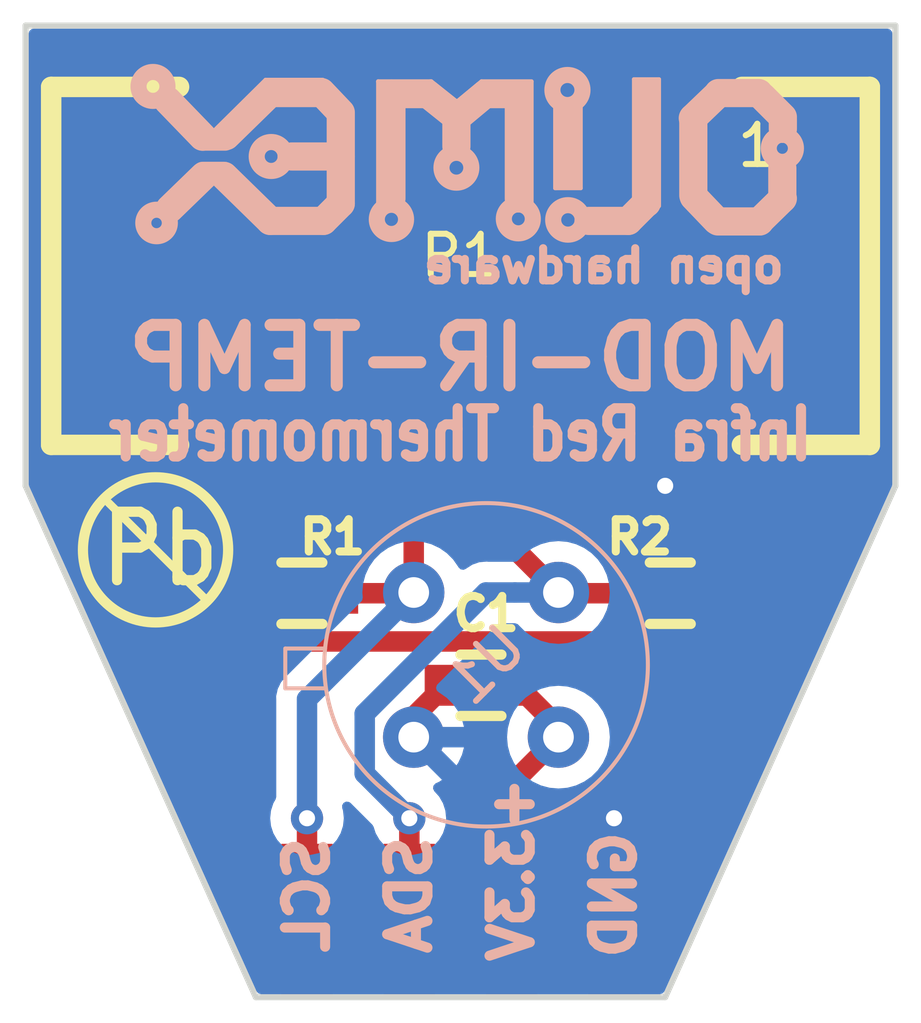
<source format=kicad_pcb>
(kicad_pcb (version 20221018) (generator pcbnew)
  (layers (0 "F.Cu" signal) (31 "B.Cu" signal) (34 "B.Paste" user) (35 "F.Paste" user) (36 "B.SilkS" user "B.Silkscreen") (37 "F.SilkS" user "F.Silkscreen") (38 "B.Mask" user) (39 "F.Mask" user) (44 "Edge.Cuts" user))
  (net 0 "")
  (net 1 "Net-(C1-Pad1)")
  (net 2 "GND")
  (net 3 "Net-(P1-Pad3)")
  (net 4 "Net-(P1-Pad4)")
  (net 5 "Net-(P1-Pad5)")
  (net 6 "Net-(P1-Pad6)")
  (net 7 "Net-(P1-Pad7)")
  (net 8 "Net-(P1-Pad8)")
  (net 9 "Net-(P1-Pad9)")
  (net 10 "Net-(P1-Pad10)")
  (footprint "OLIMEX_RLC-FP:C_0603_5MIL_DWS" (layer "F.Cu") (at 105.918 83.058 180)
    (fp_text reference "C1" (at -0.127 1.778 180) (layer "F.SilkS") (effects (font (size 0.8 0.8) (thickness 0.2))))
    (fp_text value "1uF")
    (fp_line (start -0.508 -0.762) (end 0.508 -0.762) (stroke (width 0.254)) (layer "F.SilkS"))
    (fp_line (start -0.508 0.762) (end 0.508 0.762) (stroke (width 0.254)) (layer "F.SilkS"))
    (pad "1" smd rect (at -0.889 0 180) (size 1.016 1.016) (layers "F.Cu" "F.Paste" "F.Mask") (net 1 "Net-(C1-Pad1)") (clearance 0.0508))
    (pad "2" smd rect (at 0.889 0 180) (size 1.016 1.016) (layers "F.Cu" "F.Paste" "F.Mask") (net 2 "GND") (clearance 0.0508))
  )
  (footprint "OLIMEX_Connectors-FP:UEXTM-SMD" (layer "F.Cu") (at 105.41 72.643222)
    (fp_text reference "P1" (at 0 -0.253222) (layer "F.SilkS"))
    (fp_text value "CONN_02X05")
    (fp_text user "1" (at 7.366 -2.9845) (layer "F.SilkS"))
    (fp_line (start -10.16 -4.445) (end -10.16 4.445) (stroke (width 0.508)) (layer "F.SilkS"))
    (fp_line (start -10.16 -4.445) (end -6.985 -4.445) (stroke (width 0.508)) (layer "F.SilkS"))
    (fp_line (start -10.16 4.445) (end -6.985 4.445) (stroke (width 0.508)) (layer "F.SilkS"))
    (fp_line (start 6.985 4.445) (end 10.16 4.445) (stroke (width 0.508)) (layer "F.SilkS"))
    (fp_line (start 10.16 -4.445) (end 6.985 -4.445) (stroke (width 0.508)) (layer "F.SilkS"))
    (fp_line (start 10.16 -4.445) (end 10.16 4.445) (stroke (width 0.508)) (layer "F.SilkS"))
    (pad "1" smd rect (at 5.08 -3.175) (size 1.27 3.81) (layers "F.Cu" "F.Paste" "F.Mask") (net 1 "Net-(C1-Pad1)") (clearance 0.0508))
    (pad "2" smd rect (at 5.08 3.175) (size 1.27 3.81) (layers "F.Cu" "F.Paste" "F.Mask") (net 2 "GND") (clearance 0.0508))
    (pad "3" smd rect (at 2.54 -3.175) (size 1.27 3.81) (layers "F.Cu" "F.Paste" "F.Mask") (net 3 "Net-(P1-Pad3)") (clearance 0.0508))
    (pad "4" smd rect (at 2.54 3.175) (size 1.27 3.81) (layers "F.Cu" "F.Paste" "F.Mask") (net 4 "Net-(P1-Pad4)") (clearance 0.0508))
    (pad "5" smd rect (at 0 -3.175) (size 1.27 3.81) (layers "F.Cu" "F.Paste" "F.Mask") (net 5 "Net-(P1-Pad5)") (clearance 0.0508))
    (pad "6" smd rect (at 0 3.175) (size 1.27 3.81) (layers "F.Cu" "F.Paste" "F.Mask") (net 6 "Net-(P1-Pad6)") (clearance 0.0508))
    (pad "7" smd rect (at -2.54 -3.175) (size 1.27 3.81) (layers "F.Cu" "F.Paste" "F.Mask") (net 7 "Net-(P1-Pad7)") (clearance 0.0508))
    (pad "8" smd rect (at -2.54 3.175) (size 1.27 3.81) (layers "F.Cu" "F.Paste" "F.Mask") (net 8 "Net-(P1-Pad8)") (clearance 0.0508))
    (pad "9" smd rect (at -5.08 -3.175) (size 1.27 3.81) (layers "F.Cu" "F.Paste" "F.Mask") (net 9 "Net-(P1-Pad9)") (clearance 0.0508))
    (pad "10" smd rect (at -5.08 3.175) (size 1.27 3.81) (layers "F.Cu" "F.Paste" "F.Mask") (net 10 "Net-(P1-Pad10)") (clearance 0.0508))
  )
  (footprint "OLIMEX_Connectors-FP:SIP4_SMD" (layer "F.Cu") (at 105.41 88.9 180)
    (fp_text reference "P2" hide)
    (fp_text value "CONN_01X04")
    (pad "1" smd rect (at -3.81 0 180) (size 1.27 3.81) (layers "F.Cu" "F.Mask") (net 2 "GND") (clearance 0.0508))
    (pad "2" smd rect (at -1.27 0 180) (size 1.27 3.81) (layers "F.Cu" "F.Mask") (net 1 "Net-(C1-Pad1)") (clearance 0.0508))
    (pad "3" smd rect (at 1.27 0 180) (size 1.27 3.81) (layers "F.Cu" "F.Mask") (net 6 "Net-(P1-Pad6)") (clearance 0.0508))
    (pad "4" smd rect (at 3.81 0 180) (size 1.27 3.81) (layers "F.Cu" "F.Mask") (net 5 "Net-(P1-Pad5)") (clearance 0.0508))
  )
  (footprint "OLIMEX_RLC-FP:R_0603_5MIL_DWS" (layer "F.Cu") (at 101.473 80.772)
    (fp_text reference "R1" (at 0.762 -1.397) (layer "F.SilkS") (effects (font (size 0.8 0.8) (thickness 0.2))))
    (fp_text value "10K")
    (fp_line (start -0.508 -0.762) (end 0.508 -0.762) (stroke (width 0.254)) (layer "F.SilkS"))
    (fp_line (start -0.508 0.762) (end 0.508 0.762) (stroke (width 0.254)) (layer "F.SilkS"))
    (pad "1" smd rect (at -0.889 0) (size 1.016 1.016) (layers "F.Cu" "F.Paste" "F.Mask") (net 1 "Net-(C1-Pad1)"))
    (pad "2" smd rect (at 0.889 0) (size 1.016 1.016) (layers "F.Cu" "F.Paste" "F.Mask") (net 5 "Net-(P1-Pad5)"))
  )
  (footprint "OLIMEX_RLC-FP:R_0603_5MIL_DWS" (layer "F.Cu") (at 110.617 80.772 180)
    (fp_text reference "R2" (at 0.762 1.397 180) (layer "F.SilkS") (effects (font (size 0.8 0.8) (thickness 0.2))))
    (fp_text value "10K")
    (fp_line (start -0.508 -0.762) (end 0.508 -0.762) (stroke (width 0.254)) (layer "F.SilkS"))
    (fp_line (start -0.508 0.762) (end 0.508 0.762) (stroke (width 0.254)) (layer "F.SilkS"))
    (pad "1" smd rect (at -0.889 0 180) (size 1.016 1.016) (layers "F.Cu" "F.Paste" "F.Mask") (net 1 "Net-(C1-Pad1)"))
    (pad "2" smd rect (at 0.889 0 180) (size 1.016 1.016) (layers "F.Cu" "F.Paste" "F.Mask") (net 6 "Net-(P1-Pad6)"))
  )
  (footprint "OLIMEX_Other-FP:Fiducial1x3_transp" (layer "F.Cu") (at 97.282 70.104)
    (fp_text reference "" (at 0 3) (layer "F.SilkS"))
    (fp_text value "")
    (pad "Fid1" connect circle (at 0 0) (size 1 1) (layers "F.Cu" "F.Mask") (clearance 1.016))
  )
  (footprint "OLIMEX_Other-FP:Fiducial1x3_transp" (layer "F.Cu") (at 111.125 84.455)
    (fp_text reference "" (at 0 3) (layer "F.SilkS"))
    (fp_text value "")
    (pad "Fid1" connect circle (at 0 0) (size 1 1) (layers "F.Cu" "F.Mask") (clearance 1.016))
  )
  (footprint "OLIMEX_Other-FP:Fiducial1x3_transp" (layer "F.Cu") (at 113.538 71.882)
    (fp_text reference "" (at 0 3) (layer "F.SilkS"))
    (fp_text value "")
    (pad "Fid1" connect circle (at 0 0) (size 1 1) (layers "F.Cu" "F.Mask") (clearance 1.016))
  )
  (footprint "OLIMEX_LOGOs-FP:LOGO_PBFREE" (layer "F.Cu") (at 98.044 80.01)
    (fp_text reference "")
    (fp_text value "")
    (fp_text user "Pb" (at -0.08636 -0.33528) (layer "F.SilkS") (effects (font (size 1.7 1.5) (thickness 0.254))))
    (fp_line (start -1.36398 -1.47828) (end 1.06934 0.94234) (stroke (width 0.2)) (layer "F.SilkS"))
    (fp_circle (center -0.2032 -0.31496) (end 0.90678 -1.73482) (stroke (width 0.254)) (fill none) (layer "F.SilkS"))
  )
  (footprint "OLIMEX_IC-FP:MLX90614" (layer "B.Cu") (at 106.045 82.55 -135)
    (fp_text reference "U1" (at 0 0 225) (layer "B.SilkS") (effects (justify mirror)))
    (fp_text value "MLX90614")
    (fp_line (start 2.54 3.1115) (end 3.2385 3.81) (stroke (width 0.1)) (layer "B.SilkS"))
    (fp_line (start 3.2385 3.81) (end 3.937 3.1115) (stroke (width 0.1)) (layer "B.SilkS"))
    (fp_line (start 3.937 3.1115) (end 3.2385 2.413) (stroke (width 0.1)) (layer "B.SilkS"))
    (fp_circle (center 0 0) (end 3.81 -1.27) (stroke (width 0.1)) (fill none) (layer "B.SilkS"))
    (pad "1" thru_hole circle (at 0 2.54 225) (size 1.524 1.524) (drill 0.762) (layers "*.Cu" "*.Mask") (net 5 "Net-(P1-Pad5)"))
    (pad "2" thru_hole circle (at -2.54 0 225) (size 1.524 1.524) (drill 0.762) (layers "*.Cu" "*.Mask") (net 6 "Net-(P1-Pad6)"))
    (pad "3" thru_hole circle (at 0 -2.54 225) (size 1.524 1.524) (drill 0.762) (layers "*.Cu" "*.Mask") (net 1 "Net-(C1-Pad1)"))
    (pad "4" thru_hole circle (at 2.54 0 225) (size 1.524 1.524) (drill 0.762) (layers "*.Cu" "*.Mask") (net 2 "GND"))
  )
  (footprint "OLIMEX_LOGOs-FP:OLIMEX_LOGO_TB" (layer "B.Cu") (at 105.41 69.85 180)
    (fp_text reference "" hide)
    (fp_text value "" hide)
    (fp_line (start -8.001 -1.1176) (end -7.4168 -1.6891) (stroke (width 0.7)) (layer "B.SilkS"))
    (fp_line (start -8.001 0.8509) (end -8.001 0.6096) (stroke (width 0.7)) (layer "B.SilkS"))
    (fp_line (start -8.001 0.9017) (end -7.493 1.4097) (stroke (width 0.7)) (layer "B.SilkS"))
    (fp_line (start -7.9883 -1.1303) (end -7.9883 -0.3683) (stroke (width 0.7)) (layer "B.SilkS"))
    (fp_line (start -7.4295 -1.6891) (end -6.3881 -1.6891) (stroke (width 0.7)) (layer "B.SilkS"))
    (fp_line (start -6.4008 1.4859) (end -5.7658 0.8763) (stroke (width 0.7)) (layer "B.SilkS"))
    (fp_line (start -6.4008 1.4986) (end -7.4041 1.4986) (stroke (width 0.7)) (layer "B.SilkS"))
    (fp_line (start -5.7912 -1.0795) (end -6.35 -1.6637) (stroke (width 0.7)) (layer "B.SilkS"))
    (fp_line (start -5.7785 0.889) (end -5.7785 -1.0414) (stroke (width 0.7)) (layer "B.SilkS"))
    (fp_line (start -4.9276 1.8415) (end -4.9276 -1.3081) (stroke (width 0.1)) (layer "B.SilkS"))
    (fp_line (start -4.9149 1.8415) (end -4.9276 1.8415) (stroke (width 0.1)) (layer "B.SilkS"))
    (fp_line (start -4.9022 1.8415) (end -4.9149 1.8415) (stroke (width 0.1)) (layer "B.SilkS"))
    (fp_line (start -4.7879 1.7526) (end -4.8514 1.7653) (stroke (width 0.1)) (layer "B.SilkS"))
    (fp_line (start -4.6228 -1.2319) (end -4.6228 1.4986) (stroke (width 0.7)) (layer "B.SilkS"))
    (fp_line (start -4.6228 1.8415) (end -4.9022 1.8415) (stroke (width 0.1)) (layer "B.SilkS"))
    (fp_line (start -4.6101 1.8415) (end -4.3053 1.8415) (stroke (width 0.1)) (layer "B.SilkS"))
    (fp_line (start -4.4831 1.7653) (end -4.3688 1.7653) (stroke (width 0.1)) (layer "B.SilkS"))
    (fp_line (start -4.3053 1.8415) (end -4.3053 -1.1938) (stroke (width 0.1)) (layer "B.SilkS"))
    (fp_line (start -4.1656 -1.6764) (end -4.6228 -1.2192) (stroke (width 0.7)) (layer "B.SilkS"))
    (fp_line (start -3.1798 -1.6764) (end -4.1656 -1.6764) (stroke (width 0.7)) (layer "B.SilkS"))
    (fp_line (start -2.9845 -0.8636) (end -2.3749 -0.8636) (stroke (width 0.1)) (layer "B.SilkS"))
    (fp_line (start -2.9845 1.1557) (end -2.9845 -0.8636) (stroke (width 0.1)) (layer "B.SilkS"))
    (fp_line (start -2.8448 -0.8001) (end -2.9083 -0.8001) (stroke (width 0.1)) (layer "B.SilkS"))
    (fp_line (start -2.667 1.0414) (end -2.667 -0.5588) (stroke (width 0.7)) (layer "B.SilkS"))
    (fp_line (start -2.5019 -0.8001) (end -2.413 -0.8001) (stroke (width 0.1)) (layer "B.SilkS"))
    (fp_line (start -2.3749 -0.8636) (end -2.3495 -0.8636) (stroke (width 0.1)) (layer "B.SilkS"))
    (fp_line (start -2.3495 -0.8636) (end -2.3495 1.1557) (stroke (width 0.1)) (layer "B.SilkS"))
    (fp_line (start -1.7653 -1.2065) (end -1.7653 1.778) (stroke (width 0.1)) (layer "B.SilkS"))
    (fp_line (start -1.7653 1.7907) (end -0.5207 1.7907) (stroke (width 0.1)) (layer "B.SilkS"))
    (fp_line (start -1.6129 1.7272) (end -1.6891 1.7272) (stroke (width 0.1)) (layer "B.SilkS"))
    (fp_line (start -1.4478 -1.1176) (end -1.4478 1.4732) (stroke (width 0.7)) (layer "B.SilkS"))
    (fp_line (start -1.4478 1.4732) (end -0.6096 1.4732) (stroke (width 0.7)) (layer "B.SilkS"))
    (fp_line (start -0.6096 1.4732) (end 0 0.9652) (stroke (width 0.7)) (layer "B.SilkS"))
    (fp_line (start -0.5207 1.7907) (end 0.0635 1.3081) (stroke (width 0.1)) (layer "B.SilkS"))
    (fp_line (start 0.1016 0.1778) (end 0.1016 0.889) (stroke (width 0.7)) (layer "B.SilkS"))
    (fp_line (start 0.1778 0.9652) (end 0.8128 1.4732) (stroke (width 0.7)) (layer "B.SilkS"))
    (fp_line (start 0.7239 1.7907) (end 0.1016 1.2954) (stroke (width 0.1)) (layer "B.SilkS"))
    (fp_line (start 0.7493 1.7907) (end 0.7239 1.7907) (stroke (width 0.1)) (layer "B.SilkS"))
    (fp_line (start 0.8128 1.4732) (end 1.7018 1.4732) (stroke (width 0.7)) (layer "B.SilkS"))
    (fp_line (start 1.7145 1.4859) (end 1.7145 -1.1176) (stroke (width 0.7)) (layer "B.SilkS"))
    (fp_line (start 1.8923 1.7145) (end 1.9939 1.7145) (stroke (width 0.1)) (layer "B.SilkS"))
    (fp_line (start 2.0447 -1.2319) (end 2.0447 1.778) (stroke (width 0.1)) (layer "B.SilkS"))
    (fp_line (start 2.0447 1.778) (end 2.0447 1.7907) (stroke (width 0.1)) (layer "B.SilkS"))
    (fp_line (start 2.0447 1.7907) (end 0.7493 1.7907) (stroke (width 0.1)) (layer "B.SilkS"))
    (fp_line (start 2.9718 -1.2446) (end 3.4036 -1.6764) (stroke (width 0.7)) (layer "B.SilkS"))
    (fp_line (start 2.9718 0.9906) (end 2.9718 -1.2446) (stroke (width 0.7)) (layer "B.SilkS"))
    (fp_line (start 2.9718 1.016) (end 3.4544 1.524) (stroke (width 0.7)) (layer "B.SilkS"))
    (fp_line (start 3.4036 -1.6764) (end 4.7244 -1.6764) (stroke (width 0.7)) (layer "B.SilkS"))
    (fp_line (start 3.4163 1.8288) (end 4.7879 1.8288) (stroke (width 0.1)) (layer "B.SilkS"))
    (fp_line (start 3.5025 1.4986) (end 4.7244 1.4986) (stroke (width 0.7)) (layer "B.SilkS"))
    (fp_line (start 4.191 -0.0762) (end 2.9718 -0.0762) (stroke (width 0.7)) (layer "B.SilkS"))
    (fp_line (start 4.7244 -1.6764) (end 5.8674 -0.5588) (stroke (width 0.7)) (layer "B.SilkS"))
    (fp_line (start 4.7244 1.4986) (end 5.8166 0.4318) (stroke (width 0.7)) (layer "B.SilkS"))
    (fp_line (start 4.7879 1.8288) (end 4.8387 1.8288) (stroke (width 0.1)) (layer "B.SilkS"))
    (fp_line (start 4.8387 1.8288) (end 6.096 0.5842) (stroke (width 0.1)) (layer "B.SilkS"))
    (fp_line (start 5.842 0.3175) (end 6.4008 0.3175) (stroke (width 0.5)) (layer "B.SilkS"))
    (fp_line (start 5.8674 -0.4572) (end 6.4008 -0.4572) (stroke (width 0.5)) (layer "B.SilkS"))
    (fp_line (start 7.2136 -1.3716) (end 6.3754 -0.5588) (stroke (width 0.7)) (layer "B.SilkS"))
    (fp_line (start 7.2644 1.3081) (end 6.4008 0.4144) (stroke (width 0.7)) (layer "B.SilkS"))
    (fp_circle (center -7.9883 0.127) (end -7.6708 0.2413) (stroke (width 0.4)) (fill none) (layer "B.SilkS"))
    (fp_circle (center -2.667 -1.651) (end -2.4638 -1.3462) (stroke (width 0.4)) (fill none) (layer "B.SilkS"))
    (fp_circle (center -2.6543 1.5748) (end -2.54 1.9304) (stroke (width 0.4)) (fill none) (layer "B.SilkS"))
    (fp_circle (center -1.4351 -1.6256) (end -1.1938 -1.3589) (stroke (width 0.4)) (fill none) (layer "B.SilkS"))
    (fp_circle (center 0.1016 -0.3556) (end 0.3302 -0.0635) (stroke (width 0.4)) (fill none) (layer "B.SilkS"))
    (fp_circle (center 1.7145 -1.6383) (end 1.9304 -1.3462) (stroke (width 0.4)) (fill none) (layer "B.SilkS"))
    (fp_circle (center 4.699 -0.0762) (end 4.9657 0.1651) (stroke (width 0.4)) (fill none) (layer "B.SilkS"))
    (fp_circle (center 7.5438 -1.7272) (end 7.8359 -1.5748) (stroke (width 0.4)) (fill none) (layer "B.SilkS"))
    (fp_circle (center 7.6327 1.6637) (end 7.9375 1.8542) (stroke (width 0.4)) (fill none) (layer "B.SilkS"))
  )
  (gr_line (start 116.205 66.675) (end 116.205 78.105) (stroke (width 0.15)) (layer "Edge.Cuts"))
  (gr_line (start 116.205 78.105) (end 110.49 90.805) (stroke (width 0.15)) (layer "Edge.Cuts"))
  (gr_line (start 94.615 66.675) (end 116.205 66.675) (stroke (width 0.15)) (layer "Edge.Cuts"))
  (gr_line (start 94.615 78.105) (end 94.615 66.675) (stroke (width 0.15)) (layer "Edge.Cuts"))
  (gr_line (start 100.33 90.805) (end 94.615 78.105) (stroke (width 0.15)) (layer "Edge.Cuts"))
  (gr_line (start 110.49 90.805) (end 100.33 90.805) (stroke (width 0.15)) (layer "Edge.Cuts"))
  (gr_text "+3.3V" (at 106.68 87.63 90) (layer "B.SilkS") (effects (font (size 1 1) (thickness 0.25)) (justify mirror)))
  (gr_text "SDA" (at 104.14 88.265 90) (layer "B.SilkS") (effects (font (size 1 1) (thickness 0.25)) (justify mirror)))
  (gr_text "SCL" (at 101.6 88.265 90) (layer "B.SilkS") (effects (font (size 1 1) (thickness 0.25)) (justify mirror)))
  (gr_text "Infra Red Thermometer" (at 105.41 76.835) (layer "B.SilkS") (effects (font (size 1.2 1) (thickness 0.25)) (justify mirror)))
  (gr_text "open hardware" (at 108.966 72.644) (layer "B.SilkS") (effects (font (size 0.8 0.8) (thickness 0.2)) (justify mirror)))
  (gr_text "MOD-IR-TEMP" (at 105.41 74.93) (layer "B.SilkS") (effects (font (size 1.5 1.5) (thickness 0.3)) (justify mirror)))
  (gr_text "GND" (at 109.22 88.265 90) (layer "B.SilkS") (effects (font (size 1 1) (thickness 0.25)) (justify mirror)))
  (segment (start 111.32405 81.96995) (end 111.506 81.788) (width 0.508) (layer "F.Cu") (net 1))
  (segment (start 106.807 82.042) (end 106.73495 81.96995) (width 0.508) (layer "F.Cu") (net 1))
  (segment (start 112.395 73.786222) (end 112.395 78.867) (width 0.508) (layer "F.Cu") (net 1))
  (segment (start 111.506 79.756) (end 111.506 80.772) (width 0.508) (layer "F.Cu") (net 1))
  (segment (start 110.49 71.881222) (end 112.395 73.786222) (width 0.508) (layer "F.Cu") (net 1))
  (segment (start 106.807 83.058) (end 106.807 82.042) (width 0.508) (layer "F.Cu") (net 1))
  (segment (start 100.76595 81.96995) (end 106.68 81.96995) (width 0.508) (layer "F.Cu") (net 1))
  (segment (start 100.584 80.772) (end 100.584 81.788) (width 0.508) (layer "F.Cu") (net 1))
  (segment (start 100.584 81.788) (end 100.76595 81.96995) (width 0.508) (layer "F.Cu") (net 1))
  (segment (start 112.395 78.867) (end 111.506 79.756) (width 0.508) (layer "F.Cu") (net 1))
  (segment (start 106.68 85.507102) (end 106.68 88.9) (width 0.508) (layer "F.Cu") (net 1))
  (segment (start 107.841051 84.092051) (end 106.807 83.058) (width 0.508) (layer "F.Cu") (net 1))
  (segment (start 106.73495 81.96995) (end 106.68 81.96995) (width 0.508) (layer "F.Cu") (net 1))
  (segment (start 110.49 69.468222) (end 110.49 71.881222) (width 1.27) (layer "F.Cu") (net 1))
  (segment (start 111.506 81.788) (end 111.506 80.772) (width 0.508) (layer "F.Cu") (net 1))
  (segment (start 107.841051 84.346051) (end 106.68 85.507102) (width 0.508) (layer "F.Cu") (net 1))
  (segment (start 107.841051 84.346051) (end 107.841051 84.092051) (width 0.508) (layer "F.Cu") (net 1))
  (segment (start 106.68 81.96995) (end 111.32405 81.96995) (width 0.508) (layer "F.Cu") (net 1))
  (segment (start 104.248949 84.346051) (end 104.248949 83.838051) (width 0.508) (layer "F.Cu") (net 2))
  (segment (start 110.49 75.818222) (end 110.49 78.105) (width 1.27) (layer "F.Cu") (net 2))
  (segment (start 104.248949 83.838051) (end 105.029 83.058) (width 0.508) (layer "F.Cu") (net 2))
  (segment (start 109.22 88.9) (end 109.22 86.36) (width 0.508) (layer "F.Cu") (net 2))
  (via (at 109.22 86.36) (size 0.8) (drill 0.4) (layers "F.Cu" "B.Cu") (net 2))
  (via (at 110.49 78.105) (size 0.8) (drill 0.4) (layers "F.Cu" "B.Cu") (net 2))
  (segment (start 109.22 86.36) (end 106.262898 86.36) (width 0.508) (layer "B.Cu") (net 2))
  (segment (start 106.262898 86.36) (end 104.248949 84.346051) (width 0.508) (layer "B.Cu") (net 2))
  (segment (start 104.248949 73.551051) (end 105.41 72.39) (width 0.508) (layer "F.Cu") (net 5))
  (segment (start 102.362 80.772) (end 104.230898 80.772) (width 0.508) (layer "F.Cu") (net 5))
  (segment (start 101.6 88.9) (end 101.6 86.36) (width 0.508) (layer "F.Cu") (net 5))
  (segment (start 105.41 69.468222) (end 105.41 72.39) (width 1.27) (layer "F.Cu") (net 5))
  (segment (start 104.248949 80.753949) (end 104.248949 73.551051) (width 0.508) (layer "F.Cu") (net 5))
  (segment (start 104.230898 80.772) (end 104.248949 80.753949) (width 0.508) (layer "F.Cu") (net 5))
  (via (at 101.6 86.36) (size 0.8) (drill 0.4) (layers "F.Cu" "B.Cu") (net 5))
  (segment (start 101.6 86.36) (end 101.6 83.402898) (width 0.508) (layer "B.Cu") (net 5))
  (segment (start 101.6 83.402898) (end 104.248949 80.753949) (width 0.508) (layer "B.Cu") (net 5))
  (segment (start 104.14 88.9) (end 104.14 86.36) (width 0.508) (layer "F.Cu") (net 6))
  (segment (start 109.728 80.772) (end 107.859102 80.772) (width 0.508) (layer "F.Cu") (net 6))
  (segment (start 107.859102 80.772) (end 107.841051 80.753949) (width 0.508) (layer "F.Cu") (net 6))
  (segment (start 105.41 75.818222) (end 105.41 78.322898) (width 1.27) (layer "F.Cu") (net 6))
  (segment (start 105.41 78.322898) (end 107.841051 80.753949) (width 0.508) (layer "F.Cu") (net 6))
  (via (at 104.14 86.36) (size 0.8) (drill 0.4) (layers "F.Cu" "B.Cu") (net 6))
  (segment (start 104.14 86.36) (end 103.032948 85.252948) (width 0.508) (layer "B.Cu") (net 6))
  (segment (start 103.032948 85.252948) (end 103.032948 83.76237) (width 0.508) (layer "B.Cu") (net 6))
  (segment (start 106.041369 80.753949) (end 106.763421 80.753949) (width 0.508) (layer "B.Cu") (net 6))
  (segment (start 106.763421 80.753949) (end 107.841051 80.753949) (width 0.508) (layer "B.Cu") (net 6))
  (segment (start 103.032948 83.76237) (end 106.041369 80.753949) (width 0.508) (layer "B.Cu") (net 6))
  (zone (net 2) (net_name "GND") (layer "B.Cu") (connect_pads (clearance 0.508)) (min_thickness 0.254) (fill yes (thermal_gap 0.508) (thermal_bridge_width 0.508))
    (polygon (pts (xy 93.98 66.04) (xy 116.84 66.04) (xy 116.84 91.44) (xy 93.98 91.44)))
  )
)
</source>
